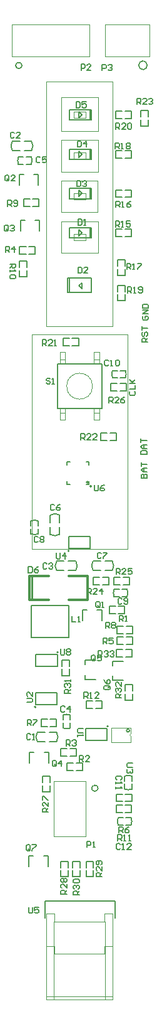
<source format=gto>
%FSLAX25Y25*%
%MOIN*%
G70*
G01*
G75*
%ADD10R,0.03543X0.03150*%
%ADD11R,0.03543X0.03150*%
%ADD12R,0.03150X0.03543*%
%ADD13R,0.03150X0.03543*%
%ADD14R,0.02756X0.02362*%
%ADD15R,0.02362X0.02756*%
%ADD16R,0.02165X0.02559*%
%ADD17R,0.03150X0.02559*%
%ADD18R,0.13386X0.02756*%
%ADD19R,0.07480X0.06299*%
%ADD20R,0.01575X0.03937*%
%ADD21R,0.07874X0.10000*%
%ADD22R,0.02756X0.06102*%
%ADD23R,0.02756X0.13386*%
%ADD24R,0.06299X0.07480*%
%ADD25R,0.03150X0.03937*%
%ADD26C,0.05906*%
%ADD27R,0.05118X0.15748*%
%ADD28R,0.02362X0.00787*%
%ADD29R,0.03150X0.00787*%
%ADD30R,0.00787X0.02362*%
%ADD31R,0.00787X0.03150*%
%ADD32R,0.05118X0.05118*%
%ADD33R,0.01063X0.07874*%
%ADD34R,0.02362X0.07874*%
%ADD35R,0.01181X0.07874*%
%ADD36O,0.01181X0.07874*%
%ADD37R,0.02559X0.02165*%
%ADD38R,0.03937X0.03150*%
%ADD39C,0.00787*%
%ADD40C,0.01181*%
%ADD41C,0.01000*%
%ADD42C,0.02362*%
%ADD43C,0.01575*%
%ADD44C,0.01969*%
%ADD45C,0.03150*%
%ADD46C,0.00500*%
%ADD47C,0.00591*%
%ADD48C,0.00197*%
%ADD49C,0.00600*%
%ADD50C,0.00394*%
%ADD51C,0.00709*%
%ADD52C,0.01200*%
D39*
X35810Y-280430D02*
G03*
X35810Y-280430I-394J0D01*
G01*
X5482Y-62839D02*
G03*
X5482Y-67781I3706J-2471D01*
G01*
X15718D02*
G03*
X15718Y-62839I-3706J2471D01*
G01*
X29092Y-285899D02*
G03*
X29092Y-290841I3706J-2471D01*
G01*
X39328D02*
G03*
X39328Y-285899I-3706J2471D01*
G01*
X47660Y-246061D02*
G03*
X47660Y-246061I-394J0D01*
G01*
X18040Y-363300D02*
G03*
X18040Y-363300I-394J0D01*
G01*
X56647Y-373540D02*
G03*
X56647Y-373540I-394J0D01*
G01*
X30028Y-334221D02*
G03*
X30028Y-334221I-394J0D01*
G01*
X29048Y-381701D02*
G03*
X29048Y-376759I-3706J2471D01*
G01*
X18812D02*
G03*
X18812Y-381701I3706J-2471D01*
G01*
X30621Y-261382D02*
G03*
X25679Y-261382I-2471J-3706D01*
G01*
Y-271618D02*
G03*
X30621Y-271618I2471J3706D01*
G01*
X58738Y-290791D02*
G03*
X58738Y-285849I-3706J2471D01*
G01*
X48502D02*
G03*
X48502Y-290791I3706J-2471D01*
G01*
X22246Y-442580D02*
X24608D01*
X14372D02*
X16734D01*
X24608Y-448249D02*
Y-442580D01*
X14372Y-448210D02*
Y-442580D01*
X44201Y-340784D02*
Y-338422D01*
Y-348658D02*
Y-346296D01*
Y-338422D02*
X49870D01*
X44201Y-348658D02*
X49831D01*
X58890Y-341304D02*
Y-338942D01*
Y-349178D02*
Y-346816D01*
Y-338942D02*
X64559D01*
X58890Y-349178D02*
X64520D01*
X22496Y-387470D02*
X24858D01*
X14622D02*
X16984D01*
X24858Y-393139D02*
Y-387470D01*
X14622Y-393100D02*
Y-387470D01*
X40922Y-139505D02*
X42497Y-137930D01*
X40922Y-139505D02*
X42497Y-141080D01*
X35804Y-143049D02*
Y-135568D01*
X35017Y-143049D02*
Y-135568D01*
X47615Y-143049D02*
Y-135568D01*
X42497Y-141080D02*
Y-137930D01*
X35017Y-135568D02*
X47615D01*
X35017Y-143049D02*
X47615D01*
X53248Y-204626D02*
Y-181004D01*
X29626Y-204626D02*
X53248D01*
X29626D02*
Y-181004D01*
X53248D01*
X5482Y-67781D02*
X9419D01*
X5482Y-62839D02*
X9419D01*
X11781Y-67781D02*
X15718D01*
X11781Y-62839D02*
X15718D01*
X42846Y-317420D02*
Y-311790D01*
X53082Y-317460D02*
Y-311790D01*
X42846D02*
X45208D01*
X50720D02*
X53082D01*
X29092Y-290841D02*
X33029D01*
X29092Y-285899D02*
X33029D01*
X35391Y-290841D02*
X39328D01*
X35391Y-285899D02*
X39328D01*
X35774Y-46077D02*
X46759D01*
X35774Y-51589D02*
Y-46077D01*
Y-51589D02*
X46759D01*
X47428Y-50959D02*
Y-46077D01*
X46759Y-51589D02*
Y-46077D01*
X47428Y-51549D02*
Y-50959D01*
X47389Y-51589D02*
X47428Y-51549D01*
X46759Y-51589D02*
X47389D01*
X45223Y-46077D02*
X47428D01*
X35774Y-66943D02*
X46759D01*
X35774Y-72455D02*
Y-66943D01*
Y-72455D02*
X46759D01*
X47428Y-71825D02*
Y-66943D01*
X46759Y-72455D02*
Y-66943D01*
X47428Y-72416D02*
Y-71825D01*
X47389Y-72455D02*
X47428Y-72416D01*
X46759Y-72455D02*
X47389D01*
X45223Y-66943D02*
X47428D01*
X35774Y-87809D02*
X46759D01*
X35774Y-93321D02*
Y-87809D01*
Y-93321D02*
X46759D01*
X47428Y-92691D02*
Y-87809D01*
X46759Y-93321D02*
Y-87809D01*
X47428Y-93282D02*
Y-92691D01*
X47389Y-93321D02*
X47428Y-93282D01*
X46759Y-93321D02*
X47389D01*
X45223Y-87809D02*
X47428D01*
X35774Y-108675D02*
X46759D01*
X35774Y-114187D02*
Y-108675D01*
Y-114187D02*
X46759D01*
X47428Y-113557D02*
Y-108675D01*
X46759Y-114187D02*
Y-108675D01*
X47428Y-114148D02*
Y-113557D01*
X47389Y-114187D02*
X47428Y-114148D01*
X46759Y-114187D02*
X47389D01*
X45223Y-108675D02*
X47428D01*
X9792Y-110502D02*
Y-104872D01*
X20028Y-110541D02*
Y-104872D01*
X9792D02*
X12154D01*
X17666D02*
X20028D01*
X9134Y-86100D02*
Y-80470D01*
X19370Y-86139D02*
Y-80470D01*
X9134D02*
X11496D01*
X17008D02*
X19370D01*
X25111Y-376759D02*
X29048D01*
X25111Y-381701D02*
X29048D01*
X18812Y-376759D02*
X22749D01*
X18812Y-381701D02*
X22749D01*
X25679Y-265319D02*
Y-261382D01*
X30621Y-265319D02*
Y-261382D01*
X25679Y-271618D02*
Y-267681D01*
X30621Y-271618D02*
Y-267681D01*
X54801Y-285849D02*
X58738D01*
X54801Y-290791D02*
X58738D01*
X48502Y-285849D02*
X52439D01*
X48502Y-290791D02*
X52439D01*
D41*
X15970Y-306399D02*
Y-293801D01*
D46*
X61875Y-422165D02*
G03*
X61878Y-426064I4864J-1945D01*
G01*
X68731Y-426094D02*
G03*
X68806Y-422158I-4907J2063D01*
G01*
X15571Y-74994D02*
G03*
X15646Y-71058I-4907J2063D01*
G01*
X8715Y-71065D02*
G03*
X8718Y-74964I4864J-1945D01*
G01*
X65326Y-406911D02*
G03*
X69262Y-406986I2063J4907D01*
G01*
X69255Y-400055D02*
G03*
X65356Y-400058I-1945J-4864D01*
G01*
X15366Y-271341D02*
G03*
X19302Y-271416I2063J4907D01*
G01*
X19295Y-264485D02*
G03*
X15396Y-264488I-1945J-4864D01*
G01*
X59759Y-300716D02*
G03*
X59684Y-304652I4907J-2063D01*
G01*
X66615Y-304645D02*
G03*
X66612Y-300746I-4864J1945D01*
G01*
X65721Y-188544D02*
G03*
X65796Y-184608I-4907J2063D01*
G01*
X58865Y-184615D02*
G03*
X58868Y-188514I4864J-1945D01*
G01*
X32436Y-374482D02*
G03*
X36372Y-374557I2063J4907D01*
G01*
X36365Y-367625D02*
G03*
X32466Y-367629I-1945J-4864D01*
G01*
X61876Y-422161D02*
X64474D01*
X61876Y-426059D02*
X64474Y-426098D01*
X66049Y-422161D02*
X68808D01*
X66049Y-426098D02*
X68729D01*
X12889Y-74998D02*
X15569D01*
X12889Y-71061D02*
X15648D01*
X8716Y-74959D02*
X11314Y-74998D01*
X8716Y-71061D02*
X11314D01*
X65321Y-406909D02*
Y-404229D01*
X69258Y-406988D02*
Y-404229D01*
X65321Y-402654D02*
X65361Y-400056D01*
X69258Y-402654D02*
Y-400056D01*
X15361Y-271339D02*
Y-268659D01*
X19298Y-271417D02*
Y-268659D01*
X15361Y-267084D02*
X15401Y-264486D01*
X19298Y-267084D02*
Y-264486D01*
X59761Y-300711D02*
X62441D01*
X59682Y-304648D02*
X62441D01*
X64016Y-300711D02*
X66614Y-300751D01*
X64016Y-304648D02*
X66614D01*
X63039Y-188549D02*
X65719D01*
X63039Y-184611D02*
X65798D01*
X58866Y-188509D02*
X61464Y-188549D01*
X58866Y-184611D02*
X61464D01*
X32432Y-374479D02*
Y-371800D01*
X36369Y-374558D02*
Y-371800D01*
X32432Y-370225D02*
X32471Y-367627D01*
X36369Y-370225D02*
Y-367627D01*
D47*
X49457Y-408148D02*
G03*
X49354Y-408145I0J1655D01*
G01*
X10572Y-22446D02*
G03*
X10575Y-22549I-1652J-103D01*
G01*
X72829Y-22626D02*
G03*
X72820Y-22420I2271J206D01*
G01*
X67921Y-375889D02*
G03*
X67921Y-375889I-781J0D01*
G01*
X32041Y-346594D02*
Y-343247D01*
Y-346594D02*
X35978D01*
Y-343247D01*
X32041Y-341673D02*
Y-338326D01*
X35978D01*
Y-341673D02*
Y-338326D01*
X61046Y-332791D02*
X64393D01*
X61046Y-336729D02*
Y-332791D01*
Y-336729D02*
X64393D01*
X65967Y-332791D02*
X69314D01*
Y-336729D02*
Y-332791D01*
X65967Y-336729D02*
X69314D01*
X65611Y-359664D02*
Y-356317D01*
Y-359664D02*
X69548D01*
Y-356317D01*
X65611Y-354743D02*
Y-351396D01*
X69548D01*
Y-354743D02*
Y-351396D01*
X48709Y-448613D02*
Y-445266D01*
X44772D02*
X48709D01*
X44772Y-448613D02*
Y-445266D01*
X48709Y-453534D02*
Y-450187D01*
X44772Y-453534D02*
X48709D01*
X44772D02*
Y-450187D01*
X37501Y-453554D02*
Y-450207D01*
Y-453554D02*
X41438D01*
Y-450207D01*
X37501Y-448633D02*
Y-445286D01*
X41438D01*
Y-448633D02*
Y-445286D01*
X21501Y-408454D02*
Y-405107D01*
Y-408454D02*
X25438D01*
Y-405107D01*
X21501Y-403533D02*
Y-400186D01*
X25438D01*
Y-403533D02*
Y-400186D01*
X31341Y-453554D02*
Y-450207D01*
Y-453554D02*
X35278D01*
Y-450207D01*
X31341Y-448633D02*
Y-445286D01*
X35278D01*
Y-448633D02*
Y-445286D01*
X65737Y-413539D02*
X69084D01*
Y-409601D01*
X65737D02*
X69084D01*
X60816Y-413539D02*
X64163D01*
X60816D02*
Y-409601D01*
X64163D01*
X42467Y-48833D02*
Y-48833D01*
X40775Y-50526D02*
X42467Y-48833D01*
X40775Y-50526D02*
Y-47100D01*
X42467Y-48794D01*
Y-69699D02*
Y-69699D01*
X40775Y-71392D02*
X42467Y-69699D01*
X40775Y-71392D02*
Y-67967D01*
X42467Y-69660D01*
Y-90565D02*
Y-90565D01*
X40775Y-92258D02*
X42467Y-90565D01*
X40775Y-92258D02*
Y-88833D01*
X42467Y-90526D01*
Y-111431D02*
Y-111431D01*
X40775Y-113124D02*
X42467Y-111431D01*
X40775Y-113124D02*
Y-109699D01*
X42467Y-111392D01*
X46400Y-244959D02*
Y-243266D01*
X44746Y-244959D02*
X46400D01*
X34589D02*
X36242D01*
X34589D02*
Y-243305D01*
Y-233148D02*
X36242D01*
X34589Y-234801D02*
Y-233148D01*
X44746D02*
X46400D01*
Y-234801D02*
Y-233148D01*
X22808Y-466537D02*
X60170D01*
Y-475356D02*
Y-466537D01*
X22808Y-475395D02*
Y-466537D01*
X9398Y-118703D02*
X12745D01*
X9398Y-122641D02*
Y-118703D01*
Y-122641D02*
X12745D01*
X14319Y-118703D02*
X17666D01*
Y-122641D02*
Y-118703D01*
X14319Y-122641D02*
X17666D01*
X16377Y-97528D02*
X19724D01*
Y-93591D01*
X16377D02*
X19724D01*
X11456Y-97528D02*
X14803D01*
X11456D02*
Y-93591D01*
X14803D01*
X13138Y-129833D02*
Y-126486D01*
X9201D02*
X13138D01*
X9201Y-129833D02*
Y-126486D01*
X13138Y-134754D02*
Y-131407D01*
X9201Y-134754D02*
X13138D01*
X9201D02*
Y-131407D01*
X60756Y-415391D02*
X64103D01*
X60756Y-419328D02*
Y-415391D01*
Y-419328D02*
X64103D01*
X65677Y-415391D02*
X69024D01*
Y-419328D02*
Y-415391D01*
X65677Y-419328D02*
X69024D01*
X62057Y-313769D02*
X65404D01*
Y-309832D01*
X62057D02*
X65404D01*
X57136Y-313769D02*
X60483D01*
X57136D02*
Y-309832D01*
X60483D01*
X34516Y-393232D02*
X37863D01*
X34516Y-397169D02*
Y-393232D01*
Y-397169D02*
X37863D01*
X39438Y-393232D02*
X42784D01*
Y-397169D02*
Y-393232D01*
X39438Y-397169D02*
X42784D01*
X36118Y-389399D02*
X39464D01*
Y-385462D01*
X36118D02*
X39464D01*
X31196Y-389399D02*
X34543D01*
X31196D02*
Y-385462D01*
X34543D01*
X61226Y-326252D02*
X64573D01*
X61226Y-330188D02*
Y-326252D01*
Y-330188D02*
X64573D01*
X66147Y-326252D02*
X69494D01*
Y-330188D02*
Y-326252D01*
X66147Y-330188D02*
X69494D01*
X25697Y-373818D02*
X29044D01*
Y-369882D01*
X25697D02*
X29044D01*
X20776Y-373818D02*
X24123D01*
X20776D02*
Y-369882D01*
X24123D01*
X66147Y-324518D02*
X69494D01*
Y-320582D01*
X66147D02*
X69494D01*
X61226Y-324518D02*
X64573D01*
X61226D02*
Y-320582D01*
X64573D01*
X44866Y-360032D02*
X48213D01*
X44866Y-363968D02*
Y-360032D01*
Y-363968D02*
X48213D01*
X49787Y-360032D02*
X53134D01*
Y-363968D02*
Y-360032D01*
X49787Y-363968D02*
X53134D01*
X65497Y-113400D02*
X68844D01*
Y-109463D01*
X65497D02*
X68844D01*
X60576Y-113400D02*
X63923D01*
X60576D02*
Y-109463D01*
X63923D01*
X65497Y-92534D02*
X68844D01*
Y-88597D01*
X65497D02*
X68844D01*
X60576Y-92534D02*
X63923D01*
X60576D02*
Y-88597D01*
X63923D01*
X61581Y-133984D02*
Y-130637D01*
Y-133984D02*
X65518D01*
Y-130637D01*
X61581Y-129063D02*
Y-125716D01*
X65518D01*
Y-129063D02*
Y-125716D01*
X65497Y-71667D02*
X68844D01*
Y-67730D01*
X65497D02*
X68844D01*
X60576Y-71667D02*
X63923D01*
X60576D02*
Y-67730D01*
X63923D01*
X65518Y-142643D02*
Y-139296D01*
X61581D02*
X65518D01*
X61581Y-142643D02*
Y-139296D01*
X65518Y-147564D02*
Y-144217D01*
X61581Y-147564D02*
X65518D01*
X61581D02*
Y-144217D01*
X65497Y-50858D02*
X68844D01*
Y-46922D01*
X65497D02*
X68844D01*
X60576Y-50858D02*
X63923D01*
X60576D02*
Y-46922D01*
X63923D01*
X32486Y-167371D02*
X35833D01*
X32486Y-171309D02*
Y-167371D01*
Y-171309D02*
X35833D01*
X37407Y-167371D02*
X40754D01*
Y-171309D02*
Y-167371D01*
X37407Y-171309D02*
X40754D01*
X57447Y-221649D02*
X60794D01*
Y-217711D01*
X57447D02*
X60794D01*
X52526Y-221649D02*
X55873D01*
X52526D02*
Y-217711D01*
X55873D01*
X73931Y-54714D02*
Y-51367D01*
Y-54714D02*
X77868D01*
Y-51367D01*
X73931Y-49793D02*
Y-46446D01*
X77868D01*
Y-49793D02*
Y-46446D01*
X53507Y-298429D02*
X56854D01*
Y-294492D01*
X53507D02*
X56854D01*
X48586Y-298429D02*
X51933D01*
X48586D02*
Y-294492D01*
X51933D01*
X64417Y-298429D02*
X67764D01*
Y-294492D01*
X64417D02*
X67764D01*
X59496Y-298429D02*
X62843D01*
X59496D02*
Y-294492D01*
X62843D01*
X57824Y-191411D02*
X61170D01*
X57824Y-195349D02*
Y-191411D01*
Y-195349D02*
X61170D01*
X62745Y-191411D02*
X66091D01*
Y-195349D02*
Y-191411D01*
X62745Y-195349D02*
X66091D01*
X14993Y-439141D02*
Y-437042D01*
X14468Y-436517D01*
X13419D01*
X12894Y-437042D01*
Y-439141D01*
X13419Y-439665D01*
X14468D01*
X13943Y-438616D02*
X14993Y-439665D01*
X14468D02*
X14993Y-439141D01*
X16042Y-436517D02*
X18141D01*
Y-437042D01*
X16042Y-439141D01*
Y-439665D01*
X51279Y-336650D02*
Y-333502D01*
X52854D01*
X53379Y-334026D01*
Y-335076D01*
X52854Y-335601D01*
X51279D01*
X52329D02*
X53379Y-336650D01*
X54428Y-334026D02*
X54953Y-333502D01*
X56002D01*
X56527Y-334026D01*
Y-334551D01*
X56002Y-335076D01*
X55478D01*
X56002D01*
X56527Y-335601D01*
Y-336125D01*
X56002Y-336650D01*
X54953D01*
X54428Y-336125D01*
X57577Y-334026D02*
X58101Y-333502D01*
X59151D01*
X59676Y-334026D01*
Y-334551D01*
X59151Y-335076D01*
X58626D01*
X59151D01*
X59676Y-335601D01*
Y-336125D01*
X59151Y-336650D01*
X58101D01*
X57577Y-336125D01*
X63583Y-358563D02*
X60434D01*
Y-356989D01*
X60959Y-356464D01*
X62008D01*
X62533Y-356989D01*
Y-358563D01*
Y-357513D02*
X63583Y-356464D01*
X60959Y-355414D02*
X60434Y-354890D01*
Y-353840D01*
X60959Y-353315D01*
X61484D01*
X62008Y-353840D01*
Y-354365D01*
Y-353840D01*
X62533Y-353315D01*
X63058D01*
X63583Y-353840D01*
Y-354890D01*
X63058Y-355414D01*
X63583Y-350167D02*
Y-352266D01*
X61484Y-350167D01*
X60959D01*
X60434Y-350692D01*
Y-351741D01*
X60959Y-352266D01*
X36417Y-356111D02*
X33269D01*
Y-354537D01*
X33794Y-354012D01*
X34843D01*
X35368Y-354537D01*
Y-356111D01*
Y-355061D02*
X36417Y-354012D01*
X33794Y-352962D02*
X33269Y-352437D01*
Y-351388D01*
X33794Y-350863D01*
X34318D01*
X34843Y-351388D01*
Y-351913D01*
Y-351388D01*
X35368Y-350863D01*
X35893D01*
X36417Y-351388D01*
Y-352437D01*
X35893Y-352962D01*
X36417Y-349814D02*
Y-348764D01*
Y-349289D01*
X33269D01*
X33794Y-349814D01*
X57005Y-352064D02*
X54906D01*
X54381Y-352589D01*
Y-353638D01*
X54906Y-354163D01*
X57005D01*
X57530Y-353638D01*
Y-352589D01*
X56480Y-353114D02*
X57530Y-352064D01*
Y-352589D02*
X57005Y-352064D01*
X54381Y-348915D02*
X54906Y-349965D01*
X55956Y-351014D01*
X57005D01*
X57530Y-350490D01*
Y-349440D01*
X57005Y-348915D01*
X56480D01*
X55956Y-349440D01*
Y-351014D01*
X49742Y-338381D02*
Y-336282D01*
X49217Y-335757D01*
X48168D01*
X47643Y-336282D01*
Y-338381D01*
X48168Y-338906D01*
X49217D01*
X48693Y-337857D02*
X49742Y-338906D01*
X49217D02*
X49742Y-338381D01*
X52891Y-335757D02*
X50792D01*
Y-337332D01*
X51841Y-336807D01*
X52366D01*
X52891Y-337332D01*
Y-338381D01*
X52366Y-338906D01*
X51316D01*
X50792Y-338381D01*
X41142Y-463189D02*
X37993D01*
Y-461615D01*
X38518Y-461090D01*
X39567D01*
X40092Y-461615D01*
Y-463189D01*
Y-462140D02*
X41142Y-461090D01*
X38518Y-460040D02*
X37993Y-459516D01*
Y-458466D01*
X38518Y-457941D01*
X39043D01*
X39567Y-458466D01*
Y-458991D01*
Y-458466D01*
X40092Y-457941D01*
X40617D01*
X41142Y-458466D01*
Y-459516D01*
X40617Y-460040D01*
X38518Y-456892D02*
X37993Y-456367D01*
Y-455317D01*
X38518Y-454793D01*
X40617D01*
X41142Y-455317D01*
Y-456367D01*
X40617Y-456892D01*
X38518D01*
X53248Y-453445D02*
X50099D01*
Y-451871D01*
X50624Y-451346D01*
X51674D01*
X52198Y-451871D01*
Y-453445D01*
Y-452395D02*
X53248Y-451346D01*
Y-448197D02*
Y-450296D01*
X51149Y-448197D01*
X50624D01*
X50099Y-448722D01*
Y-449771D01*
X50624Y-450296D01*
X52723Y-447148D02*
X53248Y-446623D01*
Y-445573D01*
X52723Y-445049D01*
X50624D01*
X50099Y-445573D01*
Y-446623D01*
X50624Y-447148D01*
X51149D01*
X51674Y-446623D01*
Y-445049D01*
X34547Y-462697D02*
X31399D01*
Y-461123D01*
X31923Y-460598D01*
X32973D01*
X33498Y-461123D01*
Y-462697D01*
Y-461647D02*
X34547Y-460598D01*
Y-457449D02*
Y-459548D01*
X32448Y-457449D01*
X31923D01*
X31399Y-457974D01*
Y-459024D01*
X31923Y-459548D01*
Y-456400D02*
X31399Y-455875D01*
Y-454825D01*
X31923Y-454301D01*
X32448D01*
X32973Y-454825D01*
X33498Y-454301D01*
X34023D01*
X34547Y-454825D01*
Y-455875D01*
X34023Y-456400D01*
X33498D01*
X32973Y-455875D01*
X32448Y-456400D01*
X31923D01*
X32973Y-455875D02*
Y-454825D01*
X24705Y-419193D02*
X21556D01*
Y-417619D01*
X22081Y-417094D01*
X23130D01*
X23655Y-417619D01*
Y-419193D01*
Y-418143D02*
X24705Y-417094D01*
Y-413945D02*
Y-416044D01*
X22606Y-413945D01*
X22081D01*
X21556Y-414470D01*
Y-415520D01*
X22081Y-416044D01*
X21556Y-412896D02*
Y-410797D01*
X22081D01*
X24180Y-412896D01*
X24705D01*
X28862Y-394329D02*
Y-392230D01*
X28337Y-391705D01*
X27288D01*
X26763Y-392230D01*
Y-394329D01*
X27288Y-394854D01*
X28337D01*
X27812Y-393805D02*
X28862Y-394854D01*
X28337D02*
X28862Y-394329D01*
X31486Y-394854D02*
Y-391705D01*
X29911Y-393280D01*
X32010D01*
X62363Y-430138D02*
Y-426990D01*
X63937D01*
X64462Y-427514D01*
Y-428564D01*
X63937Y-429089D01*
X62363D01*
X63413D02*
X64462Y-430138D01*
X67611Y-426990D02*
X66561Y-427514D01*
X65512Y-428564D01*
Y-429613D01*
X66036Y-430138D01*
X67086D01*
X67611Y-429613D01*
Y-429089D01*
X67086Y-428564D01*
X65512D01*
X63024Y-436352D02*
X62499Y-435828D01*
X61450D01*
X60925Y-436352D01*
Y-438452D01*
X61450Y-438976D01*
X62499D01*
X63024Y-438452D01*
X64074Y-438976D02*
X65123D01*
X64599D01*
Y-435828D01*
X64074Y-436352D01*
X68797Y-438976D02*
X66698D01*
X68797Y-436877D01*
Y-436352D01*
X68272Y-435828D01*
X67222D01*
X66698Y-436352D01*
X49173Y-245355D02*
Y-247979D01*
X49698Y-248504D01*
X50748D01*
X51272Y-247979D01*
Y-245355D01*
X54421D02*
X53371Y-245880D01*
X52322Y-246930D01*
Y-247979D01*
X52847Y-248504D01*
X53896D01*
X54421Y-247979D01*
Y-247454D01*
X53896Y-246930D01*
X52322D01*
X14215Y-469757D02*
Y-472380D01*
X14740Y-472905D01*
X15789D01*
X16314Y-472380D01*
Y-469757D01*
X19463D02*
X17364D01*
Y-471331D01*
X18413Y-470806D01*
X18938D01*
X19463Y-471331D01*
Y-472380D01*
X18938Y-472905D01*
X17888D01*
X17364Y-472380D01*
X28937Y-281497D02*
Y-284121D01*
X29462Y-284646D01*
X30511D01*
X31036Y-284121D01*
Y-281497D01*
X33660Y-284646D02*
Y-281497D01*
X32086Y-283071D01*
X34185D01*
X69684Y-393209D02*
X67060D01*
X66535Y-393733D01*
Y-394783D01*
X67060Y-395308D01*
X69684D01*
X69159Y-396357D02*
X69684Y-396882D01*
Y-397932D01*
X69159Y-398456D01*
X68634D01*
X68110Y-397932D01*
Y-397407D01*
Y-397932D01*
X67585Y-398456D01*
X67060D01*
X66535Y-397932D01*
Y-396882D01*
X67060Y-396357D01*
X13088Y-360825D02*
X15712D01*
X16237Y-360300D01*
Y-359250D01*
X15712Y-358726D01*
X13088D01*
X16237Y-355577D02*
Y-357676D01*
X14138Y-355577D01*
X13613D01*
X13088Y-356102D01*
Y-357151D01*
X13613Y-357676D01*
X43306Y-374902D02*
X40682D01*
X40157Y-375426D01*
Y-376476D01*
X40682Y-377001D01*
X43306D01*
X40157Y-378050D02*
Y-379100D01*
Y-378575D01*
X43306D01*
X42781Y-378050D01*
X25682Y-189148D02*
X25157Y-188623D01*
X24107D01*
X23583Y-189148D01*
Y-189673D01*
X24107Y-190197D01*
X25157D01*
X25682Y-190722D01*
Y-191247D01*
X25157Y-191772D01*
X24107D01*
X23583Y-191247D01*
X26731Y-191772D02*
X27781D01*
X27256D01*
Y-188623D01*
X26731Y-189148D01*
X57000Y-201811D02*
Y-198662D01*
X58574D01*
X59099Y-199187D01*
Y-200237D01*
X58574Y-200762D01*
X57000D01*
X58049D02*
X59099Y-201811D01*
X62248D02*
X60149D01*
X62248Y-199712D01*
Y-199187D01*
X61723Y-198662D01*
X60673D01*
X60149Y-199187D01*
X65396Y-198662D02*
X64347Y-199187D01*
X63297Y-200237D01*
Y-201286D01*
X63822Y-201811D01*
X64872D01*
X65396Y-201286D01*
Y-200762D01*
X64872Y-200237D01*
X63297D01*
X60785Y-292913D02*
Y-289765D01*
X62359D01*
X62884Y-290290D01*
Y-291339D01*
X62359Y-291864D01*
X60785D01*
X61834D02*
X62884Y-292913D01*
X66032D02*
X63933D01*
X66032Y-290814D01*
Y-290290D01*
X65507Y-289765D01*
X64458D01*
X63933Y-290290D01*
X69181Y-289765D02*
X67082D01*
Y-291339D01*
X68131Y-290814D01*
X68656D01*
X69181Y-291339D01*
Y-292389D01*
X68656Y-292913D01*
X67607D01*
X67082Y-292389D01*
X45470Y-303445D02*
Y-300296D01*
X47044D01*
X47569Y-300821D01*
Y-301871D01*
X47044Y-302395D01*
X45470D01*
X46520D02*
X47569Y-303445D01*
X50718D02*
X48619D01*
X50718Y-301346D01*
Y-300821D01*
X50193Y-300296D01*
X49143D01*
X48619Y-300821D01*
X53342Y-303445D02*
Y-300296D01*
X51767Y-301871D01*
X53866D01*
X71850Y-43209D02*
Y-40060D01*
X73425D01*
X73949Y-40585D01*
Y-41634D01*
X73425Y-42159D01*
X71850D01*
X72900D02*
X73949Y-43209D01*
X77098D02*
X74999D01*
X77098Y-41110D01*
Y-40585D01*
X76573Y-40060D01*
X75524D01*
X74999Y-40585D01*
X78148D02*
X78672Y-40060D01*
X79722D01*
X80247Y-40585D01*
Y-41110D01*
X79722Y-41634D01*
X79197D01*
X79722D01*
X80247Y-42159D01*
Y-42684D01*
X79722Y-43209D01*
X78672D01*
X78148Y-42684D01*
X42028Y-221358D02*
Y-218210D01*
X43602D01*
X44127Y-218734D01*
Y-219784D01*
X43602Y-220309D01*
X42028D01*
X43077D02*
X44127Y-221358D01*
X47275D02*
X45176D01*
X47275Y-219259D01*
Y-218734D01*
X46751Y-218210D01*
X45701D01*
X45176Y-218734D01*
X50424Y-221358D02*
X48325D01*
X50424Y-219259D01*
Y-218734D01*
X49899Y-218210D01*
X48849D01*
X48325Y-218734D01*
X21500Y-171400D02*
Y-168251D01*
X23074D01*
X23599Y-168776D01*
Y-169826D01*
X23074Y-170351D01*
X21500D01*
X22549D02*
X23599Y-171400D01*
X26748D02*
X24649D01*
X26748Y-169301D01*
Y-168776D01*
X26223Y-168251D01*
X25173D01*
X24649Y-168776D01*
X27797Y-171400D02*
X28847D01*
X28322D01*
Y-168251D01*
X27797Y-168776D01*
X60600Y-56400D02*
Y-53251D01*
X62174D01*
X62699Y-53776D01*
Y-54826D01*
X62174Y-55351D01*
X60600D01*
X61650D02*
X62699Y-56400D01*
X65848D02*
X63749D01*
X65848Y-54301D01*
Y-53776D01*
X65323Y-53251D01*
X64273D01*
X63749Y-53776D01*
X66897D02*
X67422Y-53251D01*
X68471D01*
X68996Y-53776D01*
Y-55875D01*
X68471Y-56400D01*
X67422D01*
X66897Y-55875D01*
Y-53776D01*
X66969Y-143347D02*
Y-140198D01*
X68543D01*
X69068Y-140723D01*
Y-141772D01*
X68543Y-142297D01*
X66969D01*
X68018D02*
X69068Y-143347D01*
X70117D02*
X71167D01*
X70642D01*
Y-140198D01*
X70117Y-140723D01*
X72741Y-142822D02*
X73266Y-143347D01*
X74315D01*
X74840Y-142822D01*
Y-140723D01*
X74315Y-140198D01*
X73266D01*
X72741Y-140723D01*
Y-141247D01*
X73266Y-141772D01*
X74840D01*
X60400Y-66839D02*
Y-63690D01*
X61974D01*
X62499Y-64215D01*
Y-65265D01*
X61974Y-65789D01*
X60400D01*
X61449D02*
X62499Y-66839D01*
X63549D02*
X64598D01*
X64073D01*
Y-63690D01*
X63549Y-64215D01*
X66172D02*
X66697Y-63690D01*
X67747D01*
X68271Y-64215D01*
Y-64740D01*
X67747Y-65265D01*
X68271Y-65789D01*
Y-66314D01*
X67747Y-66839D01*
X66697D01*
X66172Y-66314D01*
Y-65789D01*
X66697Y-65265D01*
X66172Y-64740D01*
Y-64215D01*
X66697Y-65265D02*
X67747D01*
X66496Y-130905D02*
Y-127757D01*
X68070D01*
X68595Y-128282D01*
Y-129331D01*
X68070Y-129856D01*
X66496D01*
X67546D02*
X68595Y-130905D01*
X69645D02*
X70694D01*
X70169D01*
Y-127757D01*
X69645Y-128282D01*
X72268Y-127757D02*
X74367D01*
Y-128282D01*
X72268Y-130381D01*
Y-130905D01*
X60700Y-97795D02*
Y-94647D01*
X62274D01*
X62799Y-95171D01*
Y-96221D01*
X62274Y-96746D01*
X60700D01*
X61750D02*
X62799Y-97795D01*
X63849D02*
X64898D01*
X64373D01*
Y-94647D01*
X63849Y-95171D01*
X68572Y-94647D02*
X67522Y-95171D01*
X66472Y-96221D01*
Y-97270D01*
X66997Y-97795D01*
X68047D01*
X68572Y-97270D01*
Y-96746D01*
X68047Y-96221D01*
X66472D01*
X60500Y-108391D02*
Y-105243D01*
X62074D01*
X62599Y-105767D01*
Y-106817D01*
X62074Y-107342D01*
X60500D01*
X61550D02*
X62599Y-108391D01*
X63649D02*
X64698D01*
X64173D01*
Y-105243D01*
X63649Y-105767D01*
X68371Y-105243D02*
X66272D01*
Y-106817D01*
X67322Y-106292D01*
X67847D01*
X68371Y-106817D01*
Y-107867D01*
X67847Y-108391D01*
X66797D01*
X66272Y-107867D01*
X43701Y-358661D02*
Y-355513D01*
X45275D01*
X45800Y-356038D01*
Y-357087D01*
X45275Y-357612D01*
X43701D01*
X44750D02*
X45800Y-358661D01*
X46849D02*
X47899D01*
X47374D01*
Y-355513D01*
X46849Y-356038D01*
X51572Y-358661D02*
X49473D01*
X51572Y-356562D01*
Y-356038D01*
X51047Y-355513D01*
X49998D01*
X49473Y-356038D01*
X61713Y-434350D02*
Y-431202D01*
X63287D01*
X63812Y-431727D01*
Y-432776D01*
X63287Y-433301D01*
X61713D01*
X62762D02*
X63812Y-434350D01*
X64861D02*
X65911D01*
X65386D01*
Y-431202D01*
X64861Y-431727D01*
X67485Y-434350D02*
X68535D01*
X68010D01*
Y-431202D01*
X67485Y-431727D01*
X4100Y-128000D02*
X7249D01*
Y-129574D01*
X6724Y-130099D01*
X5674D01*
X5150Y-129574D01*
Y-128000D01*
Y-129050D02*
X4100Y-130099D01*
Y-131149D02*
Y-132198D01*
Y-131673D01*
X7249D01*
X6724Y-131149D01*
Y-133772D02*
X7249Y-134297D01*
Y-135347D01*
X6724Y-135872D01*
X4625D01*
X4100Y-135347D01*
Y-134297D01*
X4625Y-133772D01*
X6724D01*
X3020Y-97310D02*
Y-94161D01*
X4594D01*
X5119Y-94686D01*
Y-95736D01*
X4594Y-96260D01*
X3020D01*
X4070D02*
X5119Y-97310D01*
X6169Y-96785D02*
X6694Y-97310D01*
X7743D01*
X8268Y-96785D01*
Y-94686D01*
X7743Y-94161D01*
X6694D01*
X6169Y-94686D01*
Y-95211D01*
X6694Y-95736D01*
X8268D01*
X55216Y-321457D02*
Y-318308D01*
X56791D01*
X57316Y-318833D01*
Y-319882D01*
X56791Y-320407D01*
X55216D01*
X56266D02*
X57316Y-321457D01*
X58365Y-318833D02*
X58890Y-318308D01*
X59939D01*
X60464Y-318833D01*
Y-319358D01*
X59939Y-319882D01*
X60464Y-320407D01*
Y-320932D01*
X59939Y-321457D01*
X58890D01*
X58365Y-320932D01*
Y-320407D01*
X58890Y-319882D01*
X58365Y-319358D01*
Y-318833D01*
X58890Y-319882D02*
X59939D01*
X53839Y-329823D02*
Y-326674D01*
X55413D01*
X55938Y-327199D01*
Y-328249D01*
X55413Y-328773D01*
X53839D01*
X54888D02*
X55938Y-329823D01*
X59086Y-326674D02*
X56987D01*
Y-328249D01*
X58037Y-327724D01*
X58561D01*
X59086Y-328249D01*
Y-329298D01*
X58561Y-329823D01*
X57512D01*
X56987Y-329298D01*
X1900Y-121800D02*
Y-118651D01*
X3474D01*
X3999Y-119176D01*
Y-120226D01*
X3474Y-120750D01*
X1900D01*
X2950D02*
X3999Y-121800D01*
X6623D02*
Y-118651D01*
X5049Y-120226D01*
X7148D01*
X34252Y-384055D02*
Y-380907D01*
X35826D01*
X36351Y-381431D01*
Y-382481D01*
X35826Y-383006D01*
X34252D01*
X35302D02*
X36351Y-384055D01*
X37401Y-381431D02*
X37925Y-380907D01*
X38975D01*
X39500Y-381431D01*
Y-381956D01*
X38975Y-382481D01*
X38450D01*
X38975D01*
X39500Y-383006D01*
Y-383530D01*
X38975Y-384055D01*
X37925D01*
X37401Y-383530D01*
X41299Y-392284D02*
Y-389135D01*
X42873D01*
X43398Y-389660D01*
Y-390709D01*
X42873Y-391234D01*
X41299D01*
X42349D02*
X43398Y-392284D01*
X46547D02*
X44448D01*
X46547Y-390184D01*
Y-389660D01*
X46022Y-389135D01*
X44973D01*
X44448Y-389660D01*
X62500Y-317913D02*
Y-314765D01*
X64074D01*
X64599Y-315290D01*
Y-316339D01*
X64074Y-316864D01*
X62500D01*
X63550D02*
X64599Y-317913D01*
X65649D02*
X66698D01*
X66173D01*
Y-314765D01*
X65649Y-315290D01*
X52099Y-309908D02*
Y-307809D01*
X51574Y-307284D01*
X50525D01*
X50000Y-307809D01*
Y-309908D01*
X50525Y-310433D01*
X51574D01*
X51050Y-309384D02*
X52099Y-310433D01*
X51574D02*
X52099Y-309908D01*
X53149Y-310433D02*
X54198D01*
X53673D01*
Y-307284D01*
X53149Y-307809D01*
X53400Y-25200D02*
Y-22051D01*
X54974D01*
X55499Y-22576D01*
Y-23626D01*
X54974Y-24150D01*
X53400D01*
X56549Y-22576D02*
X57073Y-22051D01*
X58123D01*
X58648Y-22576D01*
Y-23101D01*
X58123Y-23626D01*
X57598D01*
X58123D01*
X58648Y-24150D01*
Y-24675D01*
X58123Y-25200D01*
X57073D01*
X56549Y-24675D01*
X42100Y-25000D02*
Y-21851D01*
X43674D01*
X44199Y-22376D01*
Y-23426D01*
X43674Y-23950D01*
X42100D01*
X47348Y-25000D02*
X45249D01*
X47348Y-22901D01*
Y-22376D01*
X46823Y-21851D01*
X45773D01*
X45249Y-22376D01*
X45300Y-437900D02*
Y-434751D01*
X46874D01*
X47399Y-435276D01*
Y-436326D01*
X46874Y-436851D01*
X45300D01*
X48449Y-437900D02*
X49498D01*
X48973D01*
Y-434751D01*
X48449Y-435276D01*
X37288Y-315101D02*
Y-318249D01*
X39387D01*
X40436D02*
X41486D01*
X40961D01*
Y-315101D01*
X40436Y-315626D01*
X40453Y-129725D02*
Y-132874D01*
X42027D01*
X42552Y-132349D01*
Y-130250D01*
X42027Y-129725D01*
X40453D01*
X45700Y-132874D02*
X43601D01*
X45700Y-130775D01*
Y-130250D01*
X45176Y-129725D01*
X44126D01*
X43601Y-130250D01*
X56799Y-179476D02*
X56274Y-178951D01*
X55225D01*
X54700Y-179476D01*
Y-181575D01*
X55225Y-182100D01*
X56274D01*
X56799Y-181575D01*
X57849Y-182100D02*
X58898D01*
X58373D01*
Y-178951D01*
X57849Y-179476D01*
X60472D02*
X60997Y-178951D01*
X62047D01*
X62572Y-179476D01*
Y-181575D01*
X62047Y-182100D01*
X60997D01*
X60472Y-181575D01*
Y-179476D01*
X63910Y-306038D02*
X63385Y-305513D01*
X62336D01*
X61811Y-306038D01*
Y-308137D01*
X62336Y-308661D01*
X63385D01*
X63910Y-308137D01*
X64960D02*
X65484Y-308661D01*
X66534D01*
X67059Y-308137D01*
Y-306038D01*
X66534Y-305513D01*
X65484D01*
X64960Y-306038D01*
Y-306562D01*
X65484Y-307087D01*
X67059D01*
X19186Y-273242D02*
X18661Y-272717D01*
X17611D01*
X17087Y-273242D01*
Y-275341D01*
X17611Y-275866D01*
X18661D01*
X19186Y-275341D01*
X20235Y-273242D02*
X20760Y-272717D01*
X21810D01*
X22334Y-273242D01*
Y-273767D01*
X21810Y-274292D01*
X22334Y-274817D01*
Y-275341D01*
X21810Y-275866D01*
X20760D01*
X20235Y-275341D01*
Y-274817D01*
X20760Y-274292D01*
X20235Y-273767D01*
Y-273242D01*
X20760Y-274292D02*
X21810D01*
X52886Y-281825D02*
X52362Y-281300D01*
X51312D01*
X50787Y-281825D01*
Y-283924D01*
X51312Y-284449D01*
X52362D01*
X52886Y-283924D01*
X53936Y-281300D02*
X56035D01*
Y-281825D01*
X53936Y-283924D01*
Y-284449D01*
X27887Y-256234D02*
X27362Y-255710D01*
X26312D01*
X25787Y-256234D01*
Y-258333D01*
X26312Y-258858D01*
X27362D01*
X27887Y-258333D01*
X31035Y-255710D02*
X29985Y-256234D01*
X28936Y-257284D01*
Y-258333D01*
X29461Y-258858D01*
X30510D01*
X31035Y-258333D01*
Y-257809D01*
X30510Y-257284D01*
X28936D01*
X20406Y-71589D02*
X19881Y-71064D01*
X18832D01*
X18307Y-71589D01*
Y-73688D01*
X18832Y-74213D01*
X19881D01*
X20406Y-73688D01*
X23555Y-71064D02*
X21456D01*
Y-72638D01*
X22505Y-72114D01*
X23030D01*
X23555Y-72638D01*
Y-73688D01*
X23030Y-74213D01*
X21980D01*
X21456Y-73688D01*
X33497Y-363420D02*
X32972Y-362895D01*
X31922D01*
X31398Y-363420D01*
Y-365518D01*
X31922Y-366043D01*
X32972D01*
X33497Y-365518D01*
X36121Y-366043D02*
Y-362895D01*
X34546Y-364469D01*
X36645D01*
X23849Y-287376D02*
X23324Y-286851D01*
X22275D01*
X21750Y-287376D01*
Y-289475D01*
X22275Y-290000D01*
X23324D01*
X23849Y-289475D01*
X24899Y-287376D02*
X25423Y-286851D01*
X26473D01*
X26998Y-287376D01*
Y-287901D01*
X26473Y-288426D01*
X25948D01*
X26473D01*
X26998Y-288950D01*
Y-289475D01*
X26473Y-290000D01*
X25423D01*
X24899Y-289475D01*
X6589Y-58456D02*
X6064Y-57931D01*
X5015D01*
X4490Y-58456D01*
Y-60555D01*
X5015Y-61080D01*
X6064D01*
X6589Y-60555D01*
X9738Y-61080D02*
X7639D01*
X9738Y-58981D01*
Y-58456D01*
X9213Y-57931D01*
X8163D01*
X7639Y-58456D01*
X15239Y-377976D02*
X14714Y-377451D01*
X13665D01*
X13140Y-377976D01*
Y-380075D01*
X13665Y-380599D01*
X14714D01*
X15239Y-380075D01*
X16288Y-380599D02*
X17338D01*
X16813D01*
Y-377451D01*
X16288Y-377976D01*
X40500Y-104180D02*
Y-107328D01*
X42074D01*
X42599Y-106804D01*
Y-104705D01*
X42074Y-104180D01*
X40500D01*
X43649Y-107328D02*
X44698D01*
X44173D01*
Y-104180D01*
X43649Y-104705D01*
X39800Y-83744D02*
Y-86892D01*
X41374D01*
X41899Y-86367D01*
Y-84268D01*
X41374Y-83744D01*
X39800D01*
X42949Y-84268D02*
X43473Y-83744D01*
X44523D01*
X45048Y-84268D01*
Y-84793D01*
X44523Y-85318D01*
X43998D01*
X44523D01*
X45048Y-85843D01*
Y-86367D01*
X44523Y-86892D01*
X43473D01*
X42949Y-86367D01*
X40110Y-62628D02*
Y-65776D01*
X41684D01*
X42209Y-65251D01*
Y-63152D01*
X41684Y-62628D01*
X40110D01*
X44833Y-65776D02*
Y-62628D01*
X43259Y-64202D01*
X45358D01*
X39500Y-41851D02*
Y-45000D01*
X41074D01*
X41599Y-44475D01*
Y-42376D01*
X41074Y-41851D01*
X39500D01*
X44748D02*
X42649D01*
Y-43426D01*
X43698Y-42901D01*
X44223D01*
X44748Y-43426D01*
Y-44475D01*
X44223Y-45000D01*
X43173D01*
X42649Y-44475D01*
X13420Y-373229D02*
Y-370081D01*
X14994D01*
X15519Y-370605D01*
Y-371655D01*
X14994Y-372180D01*
X13420D01*
X14469D02*
X15519Y-373229D01*
X16568Y-370081D02*
X18667D01*
Y-370605D01*
X16568Y-372705D01*
Y-373229D01*
X63352Y-402099D02*
X63877Y-401574D01*
Y-400525D01*
X63352Y-400000D01*
X61253D01*
X60728Y-400525D01*
Y-401574D01*
X61253Y-402099D01*
X60728Y-403149D02*
Y-404198D01*
Y-403673D01*
X63877D01*
X63352Y-403149D01*
X60728Y-405772D02*
Y-406822D01*
Y-406297D01*
X63877D01*
X63352Y-405772D01*
X14075Y-288780D02*
Y-291929D01*
X15649D01*
X16174Y-291404D01*
Y-289305D01*
X15649Y-288780D01*
X14075D01*
X19322D02*
X18273Y-289305D01*
X17223Y-290355D01*
Y-291404D01*
X17748Y-291929D01*
X18798D01*
X19322Y-291404D01*
Y-290880D01*
X18798Y-290355D01*
X17223D01*
X3741Y-83395D02*
Y-81296D01*
X3216Y-80771D01*
X2167D01*
X1642Y-81296D01*
Y-83395D01*
X2167Y-83920D01*
X3216D01*
X2692Y-82871D02*
X3741Y-83920D01*
X3216D02*
X3741Y-83395D01*
X6890Y-83920D02*
X4791D01*
X6890Y-81821D01*
Y-81296D01*
X6365Y-80771D01*
X5315D01*
X4791Y-81296D01*
X3299Y-109997D02*
Y-107898D01*
X2774Y-107373D01*
X1725D01*
X1200Y-107898D01*
Y-109997D01*
X1725Y-110522D01*
X2774D01*
X2249Y-109473D02*
X3299Y-110522D01*
X2774D02*
X3299Y-109997D01*
X4349Y-107898D02*
X4873Y-107373D01*
X5923D01*
X6448Y-107898D01*
Y-108423D01*
X5923Y-108948D01*
X5398D01*
X5923D01*
X6448Y-109473D01*
Y-109997D01*
X5923Y-110522D01*
X4873D01*
X4349Y-109997D01*
X31201Y-332481D02*
Y-335105D01*
X31726Y-335630D01*
X32775D01*
X33300Y-335105D01*
Y-332481D01*
X34349Y-333006D02*
X34874Y-332481D01*
X35924D01*
X36448Y-333006D01*
Y-333531D01*
X35924Y-334056D01*
X36448Y-334580D01*
Y-335105D01*
X35924Y-335630D01*
X34874D01*
X34349Y-335105D01*
Y-334580D01*
X34874Y-334056D01*
X34349Y-333531D01*
Y-333006D01*
X34874Y-334056D02*
X35924D01*
X73951Y-229200D02*
X77100D01*
Y-227626D01*
X76575Y-227101D01*
X74476D01*
X73951Y-227626D01*
Y-229200D01*
X77100Y-226051D02*
X75001D01*
X73951Y-225002D01*
X75001Y-223952D01*
X77100D01*
X75526D01*
Y-226051D01*
X73951Y-222903D02*
Y-220804D01*
Y-221853D01*
X77100D01*
X74151Y-241700D02*
X77300D01*
Y-240126D01*
X76775Y-239601D01*
X76250D01*
X75726Y-240126D01*
Y-241700D01*
Y-240126D01*
X75201Y-239601D01*
X74676D01*
X74151Y-240126D01*
Y-241700D01*
X77300Y-238551D02*
X75201D01*
X74151Y-237502D01*
X75201Y-236452D01*
X77300D01*
X75726D01*
Y-238551D01*
X74151Y-235403D02*
Y-233304D01*
Y-234353D01*
X77300D01*
X68376Y-195601D02*
X67851Y-196126D01*
Y-197175D01*
X68376Y-197700D01*
X70475D01*
X71000Y-197175D01*
Y-196126D01*
X70475Y-195601D01*
X67851Y-194551D02*
X71000D01*
Y-192452D01*
X67851Y-191403D02*
X71000D01*
X69950D01*
X67851Y-189304D01*
X69426Y-190878D01*
X71000Y-189304D01*
X77600Y-169500D02*
X74451D01*
Y-167926D01*
X74976Y-167401D01*
X76026D01*
X76551Y-167926D01*
Y-169500D01*
Y-168450D02*
X77600Y-167401D01*
X74976Y-164252D02*
X74451Y-164777D01*
Y-165827D01*
X74976Y-166351D01*
X75501D01*
X76026Y-165827D01*
Y-164777D01*
X76551Y-164252D01*
X77075D01*
X77600Y-164777D01*
Y-165827D01*
X77075Y-166351D01*
X74451Y-163203D02*
Y-161104D01*
Y-162153D01*
X77600D01*
X75276Y-155601D02*
X74751Y-156126D01*
Y-157175D01*
X75276Y-157700D01*
X77375D01*
X77900Y-157175D01*
Y-156126D01*
X77375Y-155601D01*
X76326D01*
Y-156650D01*
X77900Y-154551D02*
X74751D01*
X77900Y-152452D01*
X74751D01*
Y-151403D02*
X77900D01*
Y-149829D01*
X77375Y-149304D01*
X75276D01*
X74751Y-149829D01*
Y-151403D01*
D48*
X48228Y-192913D02*
G03*
X48228Y-192913I-6890J0D01*
G01*
X23740Y-518701D02*
X58937D01*
X23740Y-517244D02*
X58937D01*
X54724Y-490433D02*
X58936D01*
X54724Y-494567D02*
Y-490433D01*
X27953Y-494567D02*
Y-490433D01*
X23741D02*
X27953D01*
X27677Y-494567D02*
X55000D01*
Y-518701D02*
Y-477362D01*
X27677Y-518701D02*
Y-477362D01*
X58937Y-518701D02*
Y-473229D01*
X54724D02*
X58936D01*
X54724Y-477362D02*
Y-473229D01*
X27677Y-477362D02*
X55000D01*
X27953D02*
Y-473229D01*
X23741D02*
X27953D01*
X23740Y-518701D02*
Y-473229D01*
X49016Y-178839D02*
X51772D01*
X49016Y-174902D02*
X51772D01*
Y-181004D02*
Y-174902D01*
X49016Y-181004D02*
Y-174902D01*
X30906Y-178839D02*
X33661D01*
X30906Y-174902D02*
X33661D01*
Y-181004D02*
Y-174902D01*
X30906Y-181004D02*
Y-174902D01*
X49016Y-210925D02*
X51772D01*
X49016Y-206988D02*
X51772D01*
Y-210925D02*
Y-204823D01*
X49016Y-210925D02*
Y-204823D01*
X30906Y-210925D02*
X33661D01*
X30906Y-206988D02*
X33661D01*
Y-210925D02*
Y-204823D01*
X30906Y-210925D02*
Y-204823D01*
X29429Y-181004D02*
X53248D01*
X29429Y-204823D02*
X53248D01*
X29429D02*
Y-181004D01*
X53248Y-204823D02*
Y-181004D01*
X38189Y-115354D02*
Y-112205D01*
Y-115354D02*
X44488D01*
Y-112205D01*
X38189D02*
X44488D01*
X38189Y-93701D02*
Y-90551D01*
X44488Y-93701D02*
Y-90551D01*
X38189Y-93701D02*
X44488D01*
X38189Y-90551D02*
X44488D01*
X38189Y-72047D02*
Y-68898D01*
Y-72047D02*
X44488D01*
Y-68898D01*
X38189D02*
X44488D01*
X38189Y-50394D02*
Y-47244D01*
Y-50394D02*
X44488D01*
Y-47244D01*
X38189D02*
X44488D01*
D49*
X45770Y-243935D02*
G03*
X45770Y-243935I-394J0D01*
G01*
D50*
X68620Y-377560D02*
G03*
X68620Y-378840I0J-640D01*
G01*
X27628Y-402693D02*
X44557D01*
Y-432193D02*
Y-402693D01*
X27628Y-432193D02*
X44557D01*
X27628D02*
Y-402693D01*
X15748Y-279528D02*
X66929D01*
Y-165354D01*
X15748D02*
X66929D01*
X15748Y-279528D02*
Y-165354D01*
X51181Y-122244D02*
Y-105315D01*
X31496Y-122244D02*
X51181D01*
X31496Y-105315D02*
X51181D01*
X31496Y-122244D02*
Y-105315D01*
X51063Y-100591D02*
Y-83701D01*
X51024Y-100551D02*
X51063Y-100591D01*
X31496D02*
X51063D01*
X31496Y-83661D02*
X51024D01*
X31496Y-100591D02*
Y-83661D01*
X51181Y-78937D02*
Y-62008D01*
X31496Y-78937D02*
X51181D01*
X31496Y-62008D02*
X51181D01*
X31496Y-78937D02*
Y-62008D01*
Y-57284D02*
X51181D01*
Y-39567D01*
X31496D02*
X51181D01*
X31496Y-57284D02*
Y-39567D01*
X23622Y-161024D02*
X59055D01*
Y-31102D01*
X23622D02*
X59055D01*
X23622Y-161024D02*
Y-31102D01*
X5120Y-17649D02*
Y-720D01*
Y-17649D02*
X46459D01*
Y-720D01*
X5120D02*
X46459D01*
X78500Y-17720D02*
Y-791D01*
X54878Y-17720D02*
X78500D01*
X54878D02*
Y-791D01*
Y-720D02*
X78500D01*
X68620Y-377560D02*
Y-374401D01*
Y-381999D02*
Y-378840D01*
X58383Y-381999D02*
X68620D01*
X58383D02*
Y-374401D01*
X68620D01*
D51*
X35601Y-279080D02*
Y-272780D01*
Y-279080D02*
X47019D01*
X35601Y-272780D02*
X47019D01*
Y-279080D02*
Y-272780D01*
X15507Y-309563D02*
X35696D01*
Y-326563D02*
Y-309563D01*
X15507Y-326563D02*
Y-309563D01*
Y-326563D02*
X35696D01*
X29249Y-361950D02*
Y-355650D01*
X17831D02*
X29249D01*
X17831Y-361950D02*
X29249D01*
X17831D02*
Y-355650D01*
X44651Y-381190D02*
Y-374890D01*
Y-381190D02*
X56069D01*
X44651Y-374890D02*
X56069D01*
Y-381190D02*
Y-374890D01*
X18032Y-341870D02*
Y-335571D01*
Y-341870D02*
X29449D01*
X18032Y-335571D02*
X29449D01*
Y-341870D02*
Y-335571D01*
D52*
X14470Y-306399D02*
Y-293801D01*
X45470Y-306399D02*
Y-293801D01*
X14470Y-306399D02*
X24978D01*
X14470Y-293801D02*
X24978D01*
X35470Y-306399D02*
X45470D01*
X35470Y-293801D02*
X45470D01*
M02*

</source>
